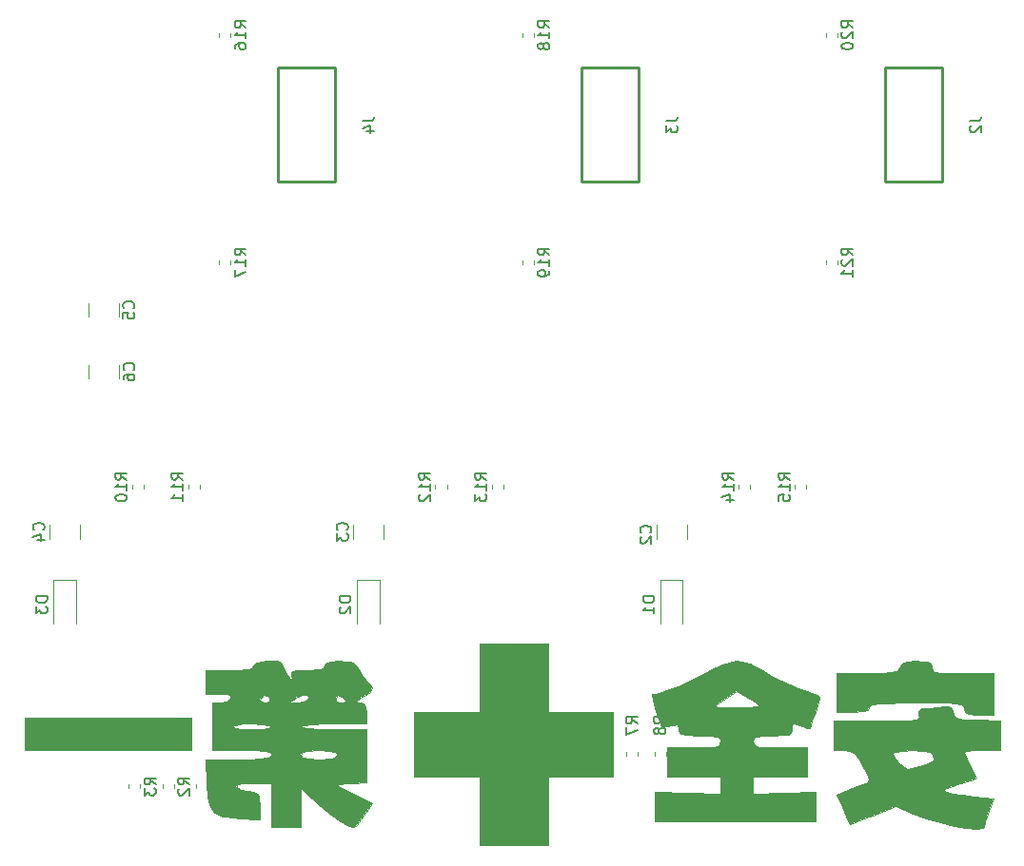
<source format=gbr>
G04 #@! TF.GenerationSoftware,KiCad,Pcbnew,(5.0.0)*
G04 #@! TF.CreationDate,2019-07-28T19:46:13+09:00*
G04 #@! TF.ProjectId,ver.2019_part7,7665722E323031395F70617274372E6B,rev?*
G04 #@! TF.SameCoordinates,Original*
G04 #@! TF.FileFunction,Legend,Bot*
G04 #@! TF.FilePolarity,Positive*
%FSLAX46Y46*%
G04 Gerber Fmt 4.6, Leading zero omitted, Abs format (unit mm)*
G04 Created by KiCad (PCBNEW (5.0.0)) date 07/28/19 19:46:13*
%MOMM*%
%LPD*%
G01*
G04 APERTURE LIST*
%ADD10C,0.120000*%
%ADD11C,0.250000*%
%ADD12C,0.010000*%
%ADD13C,0.150000*%
G04 APERTURE END LIST*
D10*
G04 #@! TO.C,C2*
X164860000Y-120352064D02*
X164860000Y-119147936D01*
X162140000Y-120352064D02*
X162140000Y-119147936D01*
G04 #@! TO.C,C3*
X135140000Y-120352064D02*
X135140000Y-119147936D01*
X137860000Y-120352064D02*
X137860000Y-119147936D01*
G04 #@! TO.C,C4*
X108140000Y-120352064D02*
X108140000Y-119147936D01*
X110860000Y-120352064D02*
X110860000Y-119147936D01*
G04 #@! TO.C,C5*
X111640000Y-99397936D02*
X111640000Y-100602064D01*
X114360000Y-99397936D02*
X114360000Y-100602064D01*
G04 #@! TO.C,C6*
X111640000Y-106102064D02*
X111640000Y-104897936D01*
X114360000Y-106102064D02*
X114360000Y-104897936D01*
G04 #@! TO.C,D1*
X162500000Y-124000000D02*
X164500000Y-124000000D01*
X164500000Y-124000000D02*
X164500000Y-127900000D01*
X162500000Y-124000000D02*
X162500000Y-127900000D01*
G04 #@! TO.C,D2*
X135500000Y-124000000D02*
X135500000Y-127900000D01*
X137500000Y-124000000D02*
X137500000Y-127900000D01*
X135500000Y-124000000D02*
X137500000Y-124000000D01*
G04 #@! TO.C,D3*
X108500000Y-124000000D02*
X110500000Y-124000000D01*
X110500000Y-124000000D02*
X110500000Y-127900000D01*
X108500000Y-124000000D02*
X108500000Y-127900000D01*
D11*
G04 #@! TO.C,J2*
X187540000Y-78420000D02*
X187540000Y-88580000D01*
X182460000Y-78420000D02*
X187540000Y-78420000D01*
X182460000Y-88580000D02*
X182460000Y-78420000D01*
X187540000Y-88580000D02*
X182460000Y-88580000D01*
G04 #@! TO.C,J3*
X160540000Y-88580000D02*
X155460000Y-88580000D01*
X155460000Y-88580000D02*
X155460000Y-78420000D01*
X155460000Y-78420000D02*
X160540000Y-78420000D01*
X160540000Y-78420000D02*
X160540000Y-88580000D01*
G04 #@! TO.C,J4*
X133540000Y-88580000D02*
X128460000Y-88580000D01*
X128460000Y-88580000D02*
X128460000Y-78420000D01*
X128460000Y-78420000D02*
X133540000Y-78420000D01*
X133540000Y-78420000D02*
X133540000Y-88580000D01*
D10*
G04 #@! TO.C,R1*
X121215000Y-142584779D02*
X121215000Y-142259221D01*
X122235000Y-142584779D02*
X122235000Y-142259221D01*
G04 #@! TO.C,R2*
X119235000Y-142584779D02*
X119235000Y-142259221D01*
X118215000Y-142584779D02*
X118215000Y-142259221D01*
G04 #@! TO.C,R3*
X115215000Y-142584779D02*
X115215000Y-142259221D01*
X116235000Y-142584779D02*
X116235000Y-142259221D01*
G04 #@! TO.C,R4*
X151990000Y-139337221D02*
X151990000Y-139662779D01*
X153010000Y-139337221D02*
X153010000Y-139662779D01*
G04 #@! TO.C,R5*
X155510000Y-139337221D02*
X155510000Y-139662779D01*
X154490000Y-139337221D02*
X154490000Y-139662779D01*
G04 #@! TO.C,R6*
X156990000Y-139337221D02*
X156990000Y-139662779D01*
X158010000Y-139337221D02*
X158010000Y-139662779D01*
G04 #@! TO.C,R7*
X160510000Y-139337221D02*
X160510000Y-139662779D01*
X159490000Y-139337221D02*
X159490000Y-139662779D01*
G04 #@! TO.C,R8*
X161990000Y-139337221D02*
X161990000Y-139662779D01*
X163010000Y-139337221D02*
X163010000Y-139662779D01*
G04 #@! TO.C,R9*
X164490000Y-139337221D02*
X164490000Y-139662779D01*
X165510000Y-139337221D02*
X165510000Y-139662779D01*
G04 #@! TO.C,R10*
X115490000Y-115587221D02*
X115490000Y-115912779D01*
X116510000Y-115587221D02*
X116510000Y-115912779D01*
G04 #@! TO.C,R11*
X121510000Y-115587221D02*
X121510000Y-115912779D01*
X120490000Y-115587221D02*
X120490000Y-115912779D01*
G04 #@! TO.C,R12*
X142490000Y-115587221D02*
X142490000Y-115912779D01*
X143510000Y-115587221D02*
X143510000Y-115912779D01*
G04 #@! TO.C,R13*
X148510000Y-115587221D02*
X148510000Y-115912779D01*
X147490000Y-115587221D02*
X147490000Y-115912779D01*
G04 #@! TO.C,R14*
X169490000Y-115587221D02*
X169490000Y-115912779D01*
X170510000Y-115587221D02*
X170510000Y-115912779D01*
G04 #@! TO.C,R15*
X175510000Y-115587221D02*
X175510000Y-115912779D01*
X174490000Y-115587221D02*
X174490000Y-115912779D01*
G04 #@! TO.C,R16*
X123240000Y-75662779D02*
X123240000Y-75337221D01*
X124260000Y-75662779D02*
X124260000Y-75337221D01*
G04 #@! TO.C,R17*
X124260000Y-95912779D02*
X124260000Y-95587221D01*
X123240000Y-95912779D02*
X123240000Y-95587221D01*
G04 #@! TO.C,R18*
X150240000Y-75662779D02*
X150240000Y-75337221D01*
X151260000Y-75662779D02*
X151260000Y-75337221D01*
G04 #@! TO.C,R19*
X151260000Y-95912779D02*
X151260000Y-95587221D01*
X150240000Y-95912779D02*
X150240000Y-95587221D01*
G04 #@! TO.C,R20*
X177240000Y-75662779D02*
X177240000Y-75337221D01*
X178260000Y-75662779D02*
X178260000Y-75337221D01*
G04 #@! TO.C,R21*
X178260000Y-95912779D02*
X178260000Y-95587221D01*
X177240000Y-95912779D02*
X177240000Y-95587221D01*
D12*
G04 #@! TO.C,G\002A\002A\002A*
G36*
X184455032Y-131303310D02*
X184013391Y-131440644D01*
X183814788Y-131731234D01*
X183795413Y-131797917D01*
X183691766Y-132035957D01*
X183464545Y-132189741D01*
X183014778Y-132277415D01*
X182243496Y-132317130D01*
X181051731Y-132327034D01*
X180909766Y-132327083D01*
X178162500Y-132327083D01*
X178162500Y-135766666D01*
X179617708Y-135766666D01*
X180495286Y-135731036D01*
X180947099Y-135606010D01*
X181072916Y-135369791D01*
X181143024Y-135218777D01*
X181400990Y-135110661D01*
X181918284Y-135038743D01*
X182766373Y-134996324D01*
X184016724Y-134976704D01*
X185306250Y-134972916D01*
X186889169Y-134976006D01*
X188019077Y-134991621D01*
X188772121Y-135029279D01*
X189224448Y-135098498D01*
X189452204Y-135208798D01*
X189531536Y-135369696D01*
X189539583Y-135502083D01*
X189609233Y-135819480D01*
X189904868Y-135977777D01*
X190556511Y-136028986D01*
X190862500Y-136031250D01*
X192185416Y-136031250D01*
X192185416Y-132327083D01*
X189407291Y-132327083D01*
X188167933Y-132320448D01*
X187364135Y-132288663D01*
X186902341Y-132213909D01*
X186688996Y-132078363D01*
X186630542Y-131864208D01*
X186629167Y-131797917D01*
X186560846Y-131482807D01*
X186269787Y-131324262D01*
X185626838Y-131271571D01*
X185281480Y-131268750D01*
X184455032Y-131303310D01*
X184455032Y-131303310D01*
G37*
X184455032Y-131303310D02*
X184013391Y-131440644D01*
X183814788Y-131731234D01*
X183795413Y-131797917D01*
X183691766Y-132035957D01*
X183464545Y-132189741D01*
X183014778Y-132277415D01*
X182243496Y-132317130D01*
X181051731Y-132327034D01*
X180909766Y-132327083D01*
X178162500Y-132327083D01*
X178162500Y-135766666D01*
X179617708Y-135766666D01*
X180495286Y-135731036D01*
X180947099Y-135606010D01*
X181072916Y-135369791D01*
X181143024Y-135218777D01*
X181400990Y-135110661D01*
X181918284Y-135038743D01*
X182766373Y-134996324D01*
X184016724Y-134976704D01*
X185306250Y-134972916D01*
X186889169Y-134976006D01*
X188019077Y-134991621D01*
X188772121Y-135029279D01*
X189224448Y-135098498D01*
X189452204Y-135208798D01*
X189531536Y-135369696D01*
X189539583Y-135502083D01*
X189609233Y-135819480D01*
X189904868Y-135977777D01*
X190556511Y-136028986D01*
X190862500Y-136031250D01*
X192185416Y-136031250D01*
X192185416Y-132327083D01*
X189407291Y-132327083D01*
X188167933Y-132320448D01*
X187364135Y-132288663D01*
X186902341Y-132213909D01*
X186688996Y-132078363D01*
X186630542Y-131864208D01*
X186629167Y-131797917D01*
X186560846Y-131482807D01*
X186269787Y-131324262D01*
X185626838Y-131271571D01*
X185281480Y-131268750D01*
X184455032Y-131303310D01*
G36*
X105931250Y-139206250D02*
X120747916Y-139206250D01*
X120747916Y-136295833D01*
X105931250Y-136295833D01*
X105931250Y-139206250D01*
X105931250Y-139206250D01*
G37*
X105931250Y-139206250D02*
X120747916Y-139206250D01*
X120747916Y-136295833D01*
X105931250Y-136295833D01*
X105931250Y-139206250D01*
G36*
X168023311Y-131533380D02*
X167079262Y-132018554D01*
X166303777Y-132447355D01*
X165315935Y-132928182D01*
X164254809Y-133401361D01*
X163259472Y-133807217D01*
X162468996Y-134086075D01*
X162043936Y-134179166D01*
X161777783Y-134226871D01*
X161769543Y-134245312D01*
X161948011Y-135092239D01*
X162183554Y-135952803D01*
X162428280Y-136678042D01*
X162634299Y-137118994D01*
X162715053Y-137186204D01*
X163134998Y-137086818D01*
X163544271Y-136969937D01*
X163996717Y-136918073D01*
X164136402Y-137220773D01*
X164139583Y-137336337D01*
X164185380Y-137623370D01*
X164398585Y-137787775D01*
X164892918Y-137863138D01*
X165782102Y-137883047D01*
X165991666Y-137883333D01*
X166964993Y-137897610D01*
X167522598Y-137961991D01*
X167777629Y-138108805D01*
X167843233Y-138370378D01*
X167843750Y-138412500D01*
X167803961Y-138663913D01*
X167617450Y-138820137D01*
X167183501Y-138903553D01*
X166401399Y-138936542D01*
X165462500Y-138941667D01*
X163081250Y-138941667D01*
X163081250Y-141587500D01*
X167843750Y-141587500D01*
X167844828Y-143042708D01*
X164933872Y-142960057D01*
X162022916Y-142877405D01*
X162022916Y-145556250D01*
X176310416Y-145556250D01*
X176310416Y-142916782D01*
X173532059Y-142979745D01*
X170753701Y-143042708D01*
X170754167Y-141587500D01*
X175516667Y-141587500D01*
X175516667Y-138941667D01*
X173135417Y-138941667D01*
X172004057Y-138932825D01*
X171301050Y-138891378D01*
X170925678Y-138794945D01*
X170777227Y-138621144D01*
X170754167Y-138412500D01*
X170807767Y-138126123D01*
X171046521Y-137966461D01*
X171587355Y-137897537D01*
X172473958Y-137883333D01*
X173404682Y-137866841D01*
X173923583Y-137793378D01*
X174147589Y-137626967D01*
X174193750Y-137354167D01*
X174220811Y-136958508D01*
X174400977Y-136855221D01*
X174882725Y-137000008D01*
X175102567Y-137083035D01*
X175593667Y-137233628D01*
X175781250Y-137225121D01*
X175870402Y-136934703D01*
X176099814Y-136310573D01*
X176309906Y-135767962D01*
X176495283Y-135237500D01*
X171281295Y-135237500D01*
X171039322Y-135300733D01*
X170397387Y-135347510D01*
X169484637Y-135369213D01*
X169298958Y-135369791D01*
X168350333Y-135362859D01*
X167648639Y-135344521D01*
X167323218Y-135318468D01*
X167314583Y-135313184D01*
X167511290Y-135145377D01*
X168007577Y-134787986D01*
X168280174Y-134600441D01*
X169245764Y-133944305D01*
X170262511Y-134524757D01*
X170877123Y-134902440D01*
X171239911Y-135177159D01*
X171281295Y-135237500D01*
X176495283Y-135237500D01*
X176599708Y-134938687D01*
X176652394Y-134481954D01*
X176508343Y-134312051D01*
X174785083Y-133681450D01*
X173449346Y-133112416D01*
X172373151Y-132547061D01*
X171782171Y-132174382D01*
X170468334Y-131477182D01*
X169251153Y-131264700D01*
X168023311Y-131533380D01*
X168023311Y-131533380D01*
G37*
X168023311Y-131533380D02*
X167079262Y-132018554D01*
X166303777Y-132447355D01*
X165315935Y-132928182D01*
X164254809Y-133401361D01*
X163259472Y-133807217D01*
X162468996Y-134086075D01*
X162043936Y-134179166D01*
X161777783Y-134226871D01*
X161769543Y-134245312D01*
X161948011Y-135092239D01*
X162183554Y-135952803D01*
X162428280Y-136678042D01*
X162634299Y-137118994D01*
X162715053Y-137186204D01*
X163134998Y-137086818D01*
X163544271Y-136969937D01*
X163996717Y-136918073D01*
X164136402Y-137220773D01*
X164139583Y-137336337D01*
X164185380Y-137623370D01*
X164398585Y-137787775D01*
X164892918Y-137863138D01*
X165782102Y-137883047D01*
X165991666Y-137883333D01*
X166964993Y-137897610D01*
X167522598Y-137961991D01*
X167777629Y-138108805D01*
X167843233Y-138370378D01*
X167843750Y-138412500D01*
X167803961Y-138663913D01*
X167617450Y-138820137D01*
X167183501Y-138903553D01*
X166401399Y-138936542D01*
X165462500Y-138941667D01*
X163081250Y-138941667D01*
X163081250Y-141587500D01*
X167843750Y-141587500D01*
X167844828Y-143042708D01*
X164933872Y-142960057D01*
X162022916Y-142877405D01*
X162022916Y-145556250D01*
X176310416Y-145556250D01*
X176310416Y-142916782D01*
X173532059Y-142979745D01*
X170753701Y-143042708D01*
X170754167Y-141587500D01*
X175516667Y-141587500D01*
X175516667Y-138941667D01*
X173135417Y-138941667D01*
X172004057Y-138932825D01*
X171301050Y-138891378D01*
X170925678Y-138794945D01*
X170777227Y-138621144D01*
X170754167Y-138412500D01*
X170807767Y-138126123D01*
X171046521Y-137966461D01*
X171587355Y-137897537D01*
X172473958Y-137883333D01*
X173404682Y-137866841D01*
X173923583Y-137793378D01*
X174147589Y-137626967D01*
X174193750Y-137354167D01*
X174220811Y-136958508D01*
X174400977Y-136855221D01*
X174882725Y-137000008D01*
X175102567Y-137083035D01*
X175593667Y-137233628D01*
X175781250Y-137225121D01*
X175870402Y-136934703D01*
X176099814Y-136310573D01*
X176309906Y-135767962D01*
X176495283Y-135237500D01*
X171281295Y-135237500D01*
X171039322Y-135300733D01*
X170397387Y-135347510D01*
X169484637Y-135369213D01*
X169298958Y-135369791D01*
X168350333Y-135362859D01*
X167648639Y-135344521D01*
X167323218Y-135318468D01*
X167314583Y-135313184D01*
X167511290Y-135145377D01*
X168007577Y-134787986D01*
X168280174Y-134600441D01*
X169245764Y-133944305D01*
X170262511Y-134524757D01*
X170877123Y-134902440D01*
X171239911Y-135177159D01*
X171281295Y-135237500D01*
X176495283Y-135237500D01*
X176599708Y-134938687D01*
X176652394Y-134481954D01*
X176508343Y-134312051D01*
X174785083Y-133681450D01*
X173449346Y-133112416D01*
X172373151Y-132547061D01*
X171782171Y-132174382D01*
X170468334Y-131477182D01*
X169251153Y-131264700D01*
X168023311Y-131533380D01*
G36*
X127489476Y-131227762D02*
X126645713Y-131373403D01*
X126310987Y-131637174D01*
X126304166Y-131692267D01*
X126180749Y-131885389D01*
X125753655Y-132001108D01*
X124937623Y-132054338D01*
X124187500Y-132062500D01*
X122070833Y-132062500D01*
X122070833Y-134179166D01*
X123253154Y-134179166D01*
X123984314Y-134214491D01*
X124289362Y-134346123D01*
X124283180Y-134576041D01*
X123924356Y-134872184D01*
X123365442Y-134972916D01*
X122600000Y-134972916D01*
X122600000Y-139206250D01*
X125245833Y-139206250D01*
X126479640Y-139219365D01*
X127271770Y-139267413D01*
X127709259Y-139363450D01*
X127879145Y-139520531D01*
X127891666Y-139603125D01*
X127808939Y-139780041D01*
X127505058Y-139896814D01*
X126896472Y-139964729D01*
X125899631Y-139995071D01*
X124953234Y-140000000D01*
X122014802Y-140000000D01*
X122110569Y-142108823D01*
X122210091Y-143410090D01*
X122425664Y-144277675D01*
X122843915Y-144806247D01*
X123551475Y-145090472D01*
X124634973Y-145225018D01*
X124982098Y-145246777D01*
X126833333Y-145351381D01*
X126833333Y-144146870D01*
X126812552Y-143407895D01*
X126673149Y-143045032D01*
X126299534Y-142905234D01*
X125861598Y-142860242D01*
X125197954Y-142724968D01*
X124807618Y-142496745D01*
X124781216Y-142447396D01*
X124880872Y-142252051D01*
X125382943Y-142146492D01*
X126282118Y-142116667D01*
X127891666Y-142116667D01*
X127891666Y-146085416D01*
X130537500Y-146085416D01*
X130537500Y-142569074D01*
X131941911Y-143897307D01*
X132941108Y-144767702D01*
X133899905Y-145471351D01*
X134707170Y-145934153D01*
X135220715Y-146083512D01*
X135474012Y-145878207D01*
X135882672Y-145357489D01*
X136130332Y-144989288D01*
X136828372Y-143896968D01*
X133580208Y-142248958D01*
X134969271Y-142168985D01*
X136358333Y-142089012D01*
X136358333Y-139603125D01*
X133712500Y-139603125D01*
X133590582Y-139833572D01*
X133158393Y-139957298D01*
X132316276Y-139999217D01*
X132125000Y-140000000D01*
X131203211Y-139969520D01*
X130708306Y-139861473D01*
X130540631Y-139650944D01*
X130537500Y-139603125D01*
X130659417Y-139372678D01*
X131091607Y-139248951D01*
X131933724Y-139207033D01*
X132125000Y-139206250D01*
X133046789Y-139236729D01*
X133541693Y-139344777D01*
X133709369Y-139555306D01*
X133712500Y-139603125D01*
X136358333Y-139603125D01*
X136358333Y-137354167D01*
X133447916Y-137354167D01*
X132134717Y-137331167D01*
X131173729Y-137266265D01*
X130632567Y-137165609D01*
X130537500Y-137089583D01*
X127891666Y-137089583D01*
X127648674Y-137227844D01*
X127004979Y-137322504D01*
X126171875Y-137354167D01*
X125273180Y-137316783D01*
X124657887Y-137217753D01*
X124452083Y-137089583D01*
X124695076Y-136951322D01*
X125338771Y-136856662D01*
X126171875Y-136825000D01*
X127070570Y-136862383D01*
X127685863Y-136961413D01*
X127891666Y-137089583D01*
X130537500Y-137089583D01*
X130790497Y-136970201D01*
X131504413Y-136882839D01*
X132611630Y-136833642D01*
X133447916Y-136825000D01*
X136358333Y-136825000D01*
X136358333Y-135898958D01*
X136304820Y-135268212D01*
X136079812Y-135010729D01*
X135763021Y-134971927D01*
X135430835Y-134940945D01*
X135482754Y-134811646D01*
X134471441Y-134811646D01*
X134326581Y-134953779D01*
X133985387Y-134972916D01*
X133607185Y-134846770D01*
X133619411Y-134569288D01*
X133641859Y-134542856D01*
X131174338Y-134542856D01*
X131162347Y-134576041D01*
X130789322Y-134874785D01*
X130178463Y-134963541D01*
X129346875Y-134954165D01*
X130008333Y-134576041D01*
X130032765Y-134564859D01*
X127718472Y-134564859D01*
X127688548Y-134894896D01*
X127332147Y-134972916D01*
X126940812Y-134849469D01*
X126893967Y-134658724D01*
X127189894Y-134290438D01*
X127555759Y-134332090D01*
X127718472Y-134564859D01*
X130032765Y-134564859D01*
X130721897Y-134249468D01*
X131129743Y-134238406D01*
X131174338Y-134542856D01*
X133641859Y-134542856D01*
X133837534Y-134312462D01*
X134140274Y-134469394D01*
X134471441Y-134811646D01*
X135482754Y-134811646D01*
X135486567Y-134802152D01*
X135966144Y-134484221D01*
X136027604Y-134446650D01*
X136670854Y-133984372D01*
X136852713Y-133610085D01*
X136606435Y-133223766D01*
X136473179Y-133106355D01*
X136051985Y-132623392D01*
X135672635Y-132015624D01*
X135378021Y-131562987D01*
X134987913Y-131341890D01*
X134319669Y-131272204D01*
X133970289Y-131268750D01*
X133140740Y-131311649D01*
X132736827Y-131460060D01*
X132654166Y-131665625D01*
X132531754Y-131896597D01*
X132098057Y-132020308D01*
X131253382Y-132061814D01*
X131074970Y-132062500D01*
X130200177Y-132081375D01*
X129750758Y-132159458D01*
X129623613Y-132328939D01*
X129664725Y-132502778D01*
X129731156Y-132824452D01*
X129589897Y-132797388D01*
X129334335Y-132508020D01*
X129057858Y-132042777D01*
X128979135Y-131868255D01*
X128738272Y-131415297D01*
X128397846Y-131221218D01*
X127774791Y-131207308D01*
X127489476Y-131227762D01*
X127489476Y-131227762D01*
G37*
X127489476Y-131227762D02*
X126645713Y-131373403D01*
X126310987Y-131637174D01*
X126304166Y-131692267D01*
X126180749Y-131885389D01*
X125753655Y-132001108D01*
X124937623Y-132054338D01*
X124187500Y-132062500D01*
X122070833Y-132062500D01*
X122070833Y-134179166D01*
X123253154Y-134179166D01*
X123984314Y-134214491D01*
X124289362Y-134346123D01*
X124283180Y-134576041D01*
X123924356Y-134872184D01*
X123365442Y-134972916D01*
X122600000Y-134972916D01*
X122600000Y-139206250D01*
X125245833Y-139206250D01*
X126479640Y-139219365D01*
X127271770Y-139267413D01*
X127709259Y-139363450D01*
X127879145Y-139520531D01*
X127891666Y-139603125D01*
X127808939Y-139780041D01*
X127505058Y-139896814D01*
X126896472Y-139964729D01*
X125899631Y-139995071D01*
X124953234Y-140000000D01*
X122014802Y-140000000D01*
X122110569Y-142108823D01*
X122210091Y-143410090D01*
X122425664Y-144277675D01*
X122843915Y-144806247D01*
X123551475Y-145090472D01*
X124634973Y-145225018D01*
X124982098Y-145246777D01*
X126833333Y-145351381D01*
X126833333Y-144146870D01*
X126812552Y-143407895D01*
X126673149Y-143045032D01*
X126299534Y-142905234D01*
X125861598Y-142860242D01*
X125197954Y-142724968D01*
X124807618Y-142496745D01*
X124781216Y-142447396D01*
X124880872Y-142252051D01*
X125382943Y-142146492D01*
X126282118Y-142116667D01*
X127891666Y-142116667D01*
X127891666Y-146085416D01*
X130537500Y-146085416D01*
X130537500Y-142569074D01*
X131941911Y-143897307D01*
X132941108Y-144767702D01*
X133899905Y-145471351D01*
X134707170Y-145934153D01*
X135220715Y-146083512D01*
X135474012Y-145878207D01*
X135882672Y-145357489D01*
X136130332Y-144989288D01*
X136828372Y-143896968D01*
X133580208Y-142248958D01*
X134969271Y-142168985D01*
X136358333Y-142089012D01*
X136358333Y-139603125D01*
X133712500Y-139603125D01*
X133590582Y-139833572D01*
X133158393Y-139957298D01*
X132316276Y-139999217D01*
X132125000Y-140000000D01*
X131203211Y-139969520D01*
X130708306Y-139861473D01*
X130540631Y-139650944D01*
X130537500Y-139603125D01*
X130659417Y-139372678D01*
X131091607Y-139248951D01*
X131933724Y-139207033D01*
X132125000Y-139206250D01*
X133046789Y-139236729D01*
X133541693Y-139344777D01*
X133709369Y-139555306D01*
X133712500Y-139603125D01*
X136358333Y-139603125D01*
X136358333Y-137354167D01*
X133447916Y-137354167D01*
X132134717Y-137331167D01*
X131173729Y-137266265D01*
X130632567Y-137165609D01*
X130537500Y-137089583D01*
X127891666Y-137089583D01*
X127648674Y-137227844D01*
X127004979Y-137322504D01*
X126171875Y-137354167D01*
X125273180Y-137316783D01*
X124657887Y-137217753D01*
X124452083Y-137089583D01*
X124695076Y-136951322D01*
X125338771Y-136856662D01*
X126171875Y-136825000D01*
X127070570Y-136862383D01*
X127685863Y-136961413D01*
X127891666Y-137089583D01*
X130537500Y-137089583D01*
X130790497Y-136970201D01*
X131504413Y-136882839D01*
X132611630Y-136833642D01*
X133447916Y-136825000D01*
X136358333Y-136825000D01*
X136358333Y-135898958D01*
X136304820Y-135268212D01*
X136079812Y-135010729D01*
X135763021Y-134971927D01*
X135430835Y-134940945D01*
X135482754Y-134811646D01*
X134471441Y-134811646D01*
X134326581Y-134953779D01*
X133985387Y-134972916D01*
X133607185Y-134846770D01*
X133619411Y-134569288D01*
X133641859Y-134542856D01*
X131174338Y-134542856D01*
X131162347Y-134576041D01*
X130789322Y-134874785D01*
X130178463Y-134963541D01*
X129346875Y-134954165D01*
X130008333Y-134576041D01*
X130032765Y-134564859D01*
X127718472Y-134564859D01*
X127688548Y-134894896D01*
X127332147Y-134972916D01*
X126940812Y-134849469D01*
X126893967Y-134658724D01*
X127189894Y-134290438D01*
X127555759Y-134332090D01*
X127718472Y-134564859D01*
X130032765Y-134564859D01*
X130721897Y-134249468D01*
X131129743Y-134238406D01*
X131174338Y-134542856D01*
X133641859Y-134542856D01*
X133837534Y-134312462D01*
X134140274Y-134469394D01*
X134471441Y-134811646D01*
X135482754Y-134811646D01*
X135486567Y-134802152D01*
X135966144Y-134484221D01*
X136027604Y-134446650D01*
X136670854Y-133984372D01*
X136852713Y-133610085D01*
X136606435Y-133223766D01*
X136473179Y-133106355D01*
X136051985Y-132623392D01*
X135672635Y-132015624D01*
X135378021Y-131562987D01*
X134987913Y-131341890D01*
X134319669Y-131272204D01*
X133970289Y-131268750D01*
X133140740Y-131311649D01*
X132736827Y-131460060D01*
X132654166Y-131665625D01*
X132531754Y-131896597D01*
X132098057Y-132020308D01*
X131253382Y-132061814D01*
X131074970Y-132062500D01*
X130200177Y-132081375D01*
X129750758Y-132159458D01*
X129623613Y-132328939D01*
X129664725Y-132502778D01*
X129731156Y-132824452D01*
X129589897Y-132797388D01*
X129334335Y-132508020D01*
X129057858Y-132042777D01*
X128979135Y-131868255D01*
X128738272Y-131415297D01*
X128397846Y-131221218D01*
X127774791Y-131207308D01*
X127489476Y-131227762D01*
G36*
X187620788Y-135286899D02*
X187230990Y-135336941D01*
X186430242Y-135437197D01*
X185828076Y-135495811D01*
X185690967Y-135502083D01*
X185467520Y-135707239D01*
X185494170Y-136031250D01*
X185525069Y-136236633D01*
X185441217Y-136380596D01*
X185165859Y-136474031D01*
X184622242Y-136527831D01*
X183733611Y-136552888D01*
X182423212Y-136560093D01*
X181765234Y-136560416D01*
X177897916Y-136560416D01*
X177897916Y-139206250D01*
X178801338Y-139206250D01*
X179370180Y-139262368D01*
X179778656Y-139510725D01*
X180182416Y-140071325D01*
X180388838Y-140430200D01*
X180857606Y-141323146D01*
X181047387Y-141851003D01*
X180977095Y-142086028D01*
X180830269Y-142116667D01*
X180462028Y-142213916D01*
X179797296Y-142461362D01*
X179384070Y-142632568D01*
X178180520Y-143148470D01*
X178734987Y-144418506D01*
X179056333Y-145144605D01*
X179281506Y-145634825D01*
X179343197Y-145754547D01*
X179594376Y-145692452D01*
X180216617Y-145469564D01*
X181092567Y-145128735D01*
X181429661Y-144992653D01*
X183462381Y-144164755D01*
X184979628Y-144831077D01*
X186136156Y-145276928D01*
X187383780Y-145656629D01*
X188615840Y-145950275D01*
X189725678Y-146137957D01*
X190606634Y-146199769D01*
X191152049Y-146115805D01*
X191268790Y-146004880D01*
X191421605Y-145571652D01*
X191668156Y-144864296D01*
X191765662Y-144583144D01*
X192148479Y-143477746D01*
X190381010Y-143306530D01*
X189366274Y-143189055D01*
X188483357Y-143053570D01*
X187980098Y-142944009D01*
X187704282Y-142822346D01*
X187768276Y-142686424D01*
X188232871Y-142494366D01*
X188972286Y-142260503D01*
X189806227Y-141993615D01*
X190392635Y-141778464D01*
X190597916Y-141667360D01*
X190488709Y-141392063D01*
X190213585Y-140816934D01*
X190068750Y-140529167D01*
X189775509Y-139927337D01*
X186842901Y-139927337D01*
X186800220Y-140108556D01*
X186505088Y-140271885D01*
X185851254Y-140504555D01*
X185570833Y-140600384D01*
X184838582Y-140832094D01*
X184404580Y-140858874D01*
X184068631Y-140653471D01*
X183784896Y-140357269D01*
X183376016Y-139841229D01*
X183190572Y-139471592D01*
X183189583Y-139456079D01*
X183430693Y-139327926D01*
X184060702Y-139237807D01*
X184881067Y-139206250D01*
X185862922Y-139237600D01*
X186432831Y-139349505D01*
X186705274Y-139568748D01*
X186739379Y-139640994D01*
X186842901Y-139927337D01*
X189775509Y-139927337D01*
X189746778Y-139868372D01*
X189559176Y-139425932D01*
X189539583Y-139349082D01*
X189780019Y-139273740D01*
X190404946Y-139221984D01*
X191127083Y-139206250D01*
X192714583Y-139206250D01*
X192714583Y-136582676D01*
X190664062Y-136505400D01*
X189629601Y-136455517D01*
X189009980Y-136377226D01*
X188690954Y-136232855D01*
X188558278Y-135984734D01*
X188524689Y-135799961D01*
X188426316Y-135421735D01*
X188175046Y-135268620D01*
X187620788Y-135286899D01*
X187620788Y-135286899D01*
G37*
X187620788Y-135286899D02*
X187230990Y-135336941D01*
X186430242Y-135437197D01*
X185828076Y-135495811D01*
X185690967Y-135502083D01*
X185467520Y-135707239D01*
X185494170Y-136031250D01*
X185525069Y-136236633D01*
X185441217Y-136380596D01*
X185165859Y-136474031D01*
X184622242Y-136527831D01*
X183733611Y-136552888D01*
X182423212Y-136560093D01*
X181765234Y-136560416D01*
X177897916Y-136560416D01*
X177897916Y-139206250D01*
X178801338Y-139206250D01*
X179370180Y-139262368D01*
X179778656Y-139510725D01*
X180182416Y-140071325D01*
X180388838Y-140430200D01*
X180857606Y-141323146D01*
X181047387Y-141851003D01*
X180977095Y-142086028D01*
X180830269Y-142116667D01*
X180462028Y-142213916D01*
X179797296Y-142461362D01*
X179384070Y-142632568D01*
X178180520Y-143148470D01*
X178734987Y-144418506D01*
X179056333Y-145144605D01*
X179281506Y-145634825D01*
X179343197Y-145754547D01*
X179594376Y-145692452D01*
X180216617Y-145469564D01*
X181092567Y-145128735D01*
X181429661Y-144992653D01*
X183462381Y-144164755D01*
X184979628Y-144831077D01*
X186136156Y-145276928D01*
X187383780Y-145656629D01*
X188615840Y-145950275D01*
X189725678Y-146137957D01*
X190606634Y-146199769D01*
X191152049Y-146115805D01*
X191268790Y-146004880D01*
X191421605Y-145571652D01*
X191668156Y-144864296D01*
X191765662Y-144583144D01*
X192148479Y-143477746D01*
X190381010Y-143306530D01*
X189366274Y-143189055D01*
X188483357Y-143053570D01*
X187980098Y-142944009D01*
X187704282Y-142822346D01*
X187768276Y-142686424D01*
X188232871Y-142494366D01*
X188972286Y-142260503D01*
X189806227Y-141993615D01*
X190392635Y-141778464D01*
X190597916Y-141667360D01*
X190488709Y-141392063D01*
X190213585Y-140816934D01*
X190068750Y-140529167D01*
X189775509Y-139927337D01*
X186842901Y-139927337D01*
X186800220Y-140108556D01*
X186505088Y-140271885D01*
X185851254Y-140504555D01*
X185570833Y-140600384D01*
X184838582Y-140832094D01*
X184404580Y-140858874D01*
X184068631Y-140653471D01*
X183784896Y-140357269D01*
X183376016Y-139841229D01*
X183190572Y-139471592D01*
X183189583Y-139456079D01*
X183430693Y-139327926D01*
X184060702Y-139237807D01*
X184881067Y-139206250D01*
X185862922Y-139237600D01*
X186432831Y-139349505D01*
X186705274Y-139568748D01*
X186739379Y-139640994D01*
X186842901Y-139927337D01*
X189775509Y-139927337D01*
X189746778Y-139868372D01*
X189559176Y-139425932D01*
X189539583Y-139349082D01*
X189780019Y-139273740D01*
X190404946Y-139221984D01*
X191127083Y-139206250D01*
X192714583Y-139206250D01*
X192714583Y-136582676D01*
X190664062Y-136505400D01*
X189629601Y-136455517D01*
X189009980Y-136377226D01*
X188690954Y-136232855D01*
X188558278Y-135984734D01*
X188524689Y-135799961D01*
X188426316Y-135421735D01*
X188175046Y-135268620D01*
X187620788Y-135286899D01*
G36*
X146412500Y-135766666D02*
X140591667Y-135766666D01*
X140591667Y-141587500D01*
X146412500Y-141587500D01*
X146412500Y-147672916D01*
X152497916Y-147672916D01*
X152497916Y-141587500D01*
X158318750Y-141587500D01*
X158318750Y-135766666D01*
X152497916Y-135766666D01*
X152497916Y-129681250D01*
X146412500Y-129681250D01*
X146412500Y-135766666D01*
X146412500Y-135766666D01*
G37*
X146412500Y-135766666D02*
X140591667Y-135766666D01*
X140591667Y-141587500D01*
X146412500Y-141587500D01*
X146412500Y-147672916D01*
X152497916Y-147672916D01*
X152497916Y-141587500D01*
X158318750Y-141587500D01*
X158318750Y-135766666D01*
X152497916Y-135766666D01*
X152497916Y-129681250D01*
X146412500Y-129681250D01*
X146412500Y-135766666D01*
G04 #@! TO.C,C2*
D13*
X161607142Y-119833333D02*
X161654761Y-119785714D01*
X161702380Y-119642857D01*
X161702380Y-119547619D01*
X161654761Y-119404761D01*
X161559523Y-119309523D01*
X161464285Y-119261904D01*
X161273809Y-119214285D01*
X161130952Y-119214285D01*
X160940476Y-119261904D01*
X160845238Y-119309523D01*
X160750000Y-119404761D01*
X160702380Y-119547619D01*
X160702380Y-119642857D01*
X160750000Y-119785714D01*
X160797619Y-119833333D01*
X160797619Y-120214285D02*
X160750000Y-120261904D01*
X160702380Y-120357142D01*
X160702380Y-120595238D01*
X160750000Y-120690476D01*
X160797619Y-120738095D01*
X160892857Y-120785714D01*
X160988095Y-120785714D01*
X161130952Y-120738095D01*
X161702380Y-120166666D01*
X161702380Y-120785714D01*
G04 #@! TO.C,C3*
X134607142Y-119583333D02*
X134654761Y-119535714D01*
X134702380Y-119392857D01*
X134702380Y-119297619D01*
X134654761Y-119154761D01*
X134559523Y-119059523D01*
X134464285Y-119011904D01*
X134273809Y-118964285D01*
X134130952Y-118964285D01*
X133940476Y-119011904D01*
X133845238Y-119059523D01*
X133750000Y-119154761D01*
X133702380Y-119297619D01*
X133702380Y-119392857D01*
X133750000Y-119535714D01*
X133797619Y-119583333D01*
X133702380Y-119916666D02*
X133702380Y-120535714D01*
X134083333Y-120202380D01*
X134083333Y-120345238D01*
X134130952Y-120440476D01*
X134178571Y-120488095D01*
X134273809Y-120535714D01*
X134511904Y-120535714D01*
X134607142Y-120488095D01*
X134654761Y-120440476D01*
X134702380Y-120345238D01*
X134702380Y-120059523D01*
X134654761Y-119964285D01*
X134607142Y-119916666D01*
G04 #@! TO.C,C4*
X107607142Y-119583333D02*
X107654761Y-119535714D01*
X107702380Y-119392857D01*
X107702380Y-119297619D01*
X107654761Y-119154761D01*
X107559523Y-119059523D01*
X107464285Y-119011904D01*
X107273809Y-118964285D01*
X107130952Y-118964285D01*
X106940476Y-119011904D01*
X106845238Y-119059523D01*
X106750000Y-119154761D01*
X106702380Y-119297619D01*
X106702380Y-119392857D01*
X106750000Y-119535714D01*
X106797619Y-119583333D01*
X107035714Y-120440476D02*
X107702380Y-120440476D01*
X106654761Y-120202380D02*
X107369047Y-119964285D01*
X107369047Y-120583333D01*
G04 #@! TO.C,C5*
X115607142Y-99833333D02*
X115654761Y-99785714D01*
X115702380Y-99642857D01*
X115702380Y-99547619D01*
X115654761Y-99404761D01*
X115559523Y-99309523D01*
X115464285Y-99261904D01*
X115273809Y-99214285D01*
X115130952Y-99214285D01*
X114940476Y-99261904D01*
X114845238Y-99309523D01*
X114750000Y-99404761D01*
X114702380Y-99547619D01*
X114702380Y-99642857D01*
X114750000Y-99785714D01*
X114797619Y-99833333D01*
X114702380Y-100738095D02*
X114702380Y-100261904D01*
X115178571Y-100214285D01*
X115130952Y-100261904D01*
X115083333Y-100357142D01*
X115083333Y-100595238D01*
X115130952Y-100690476D01*
X115178571Y-100738095D01*
X115273809Y-100785714D01*
X115511904Y-100785714D01*
X115607142Y-100738095D01*
X115654761Y-100690476D01*
X115702380Y-100595238D01*
X115702380Y-100357142D01*
X115654761Y-100261904D01*
X115607142Y-100214285D01*
G04 #@! TO.C,C6*
X115637142Y-105333333D02*
X115684761Y-105285714D01*
X115732380Y-105142857D01*
X115732380Y-105047619D01*
X115684761Y-104904761D01*
X115589523Y-104809523D01*
X115494285Y-104761904D01*
X115303809Y-104714285D01*
X115160952Y-104714285D01*
X114970476Y-104761904D01*
X114875238Y-104809523D01*
X114780000Y-104904761D01*
X114732380Y-105047619D01*
X114732380Y-105142857D01*
X114780000Y-105285714D01*
X114827619Y-105333333D01*
X114732380Y-106190476D02*
X114732380Y-106000000D01*
X114780000Y-105904761D01*
X114827619Y-105857142D01*
X114970476Y-105761904D01*
X115160952Y-105714285D01*
X115541904Y-105714285D01*
X115637142Y-105761904D01*
X115684761Y-105809523D01*
X115732380Y-105904761D01*
X115732380Y-106095238D01*
X115684761Y-106190476D01*
X115637142Y-106238095D01*
X115541904Y-106285714D01*
X115303809Y-106285714D01*
X115208571Y-106238095D01*
X115160952Y-106190476D01*
X115113333Y-106095238D01*
X115113333Y-105904761D01*
X115160952Y-105809523D01*
X115208571Y-105761904D01*
X115303809Y-105714285D01*
G04 #@! TO.C,D1*
X161952380Y-125511904D02*
X160952380Y-125511904D01*
X160952380Y-125750000D01*
X161000000Y-125892857D01*
X161095238Y-125988095D01*
X161190476Y-126035714D01*
X161380952Y-126083333D01*
X161523809Y-126083333D01*
X161714285Y-126035714D01*
X161809523Y-125988095D01*
X161904761Y-125892857D01*
X161952380Y-125750000D01*
X161952380Y-125511904D01*
X161952380Y-127035714D02*
X161952380Y-126464285D01*
X161952380Y-126750000D02*
X160952380Y-126750000D01*
X161095238Y-126654761D01*
X161190476Y-126559523D01*
X161238095Y-126464285D01*
G04 #@! TO.C,D2*
X134952380Y-125511904D02*
X133952380Y-125511904D01*
X133952380Y-125750000D01*
X134000000Y-125892857D01*
X134095238Y-125988095D01*
X134190476Y-126035714D01*
X134380952Y-126083333D01*
X134523809Y-126083333D01*
X134714285Y-126035714D01*
X134809523Y-125988095D01*
X134904761Y-125892857D01*
X134952380Y-125750000D01*
X134952380Y-125511904D01*
X134047619Y-126464285D02*
X134000000Y-126511904D01*
X133952380Y-126607142D01*
X133952380Y-126845238D01*
X134000000Y-126940476D01*
X134047619Y-126988095D01*
X134142857Y-127035714D01*
X134238095Y-127035714D01*
X134380952Y-126988095D01*
X134952380Y-126416666D01*
X134952380Y-127035714D01*
G04 #@! TO.C,D3*
X107952380Y-125511904D02*
X106952380Y-125511904D01*
X106952380Y-125750000D01*
X107000000Y-125892857D01*
X107095238Y-125988095D01*
X107190476Y-126035714D01*
X107380952Y-126083333D01*
X107523809Y-126083333D01*
X107714285Y-126035714D01*
X107809523Y-125988095D01*
X107904761Y-125892857D01*
X107952380Y-125750000D01*
X107952380Y-125511904D01*
X106952380Y-126416666D02*
X106952380Y-127035714D01*
X107333333Y-126702380D01*
X107333333Y-126845238D01*
X107380952Y-126940476D01*
X107428571Y-126988095D01*
X107523809Y-127035714D01*
X107761904Y-127035714D01*
X107857142Y-126988095D01*
X107904761Y-126940476D01*
X107952380Y-126845238D01*
X107952380Y-126559523D01*
X107904761Y-126464285D01*
X107857142Y-126416666D01*
G04 #@! TO.C,J2*
X190032380Y-83166666D02*
X190746666Y-83166666D01*
X190889523Y-83119047D01*
X190984761Y-83023809D01*
X191032380Y-82880952D01*
X191032380Y-82785714D01*
X190127619Y-83595238D02*
X190080000Y-83642857D01*
X190032380Y-83738095D01*
X190032380Y-83976190D01*
X190080000Y-84071428D01*
X190127619Y-84119047D01*
X190222857Y-84166666D01*
X190318095Y-84166666D01*
X190460952Y-84119047D01*
X191032380Y-83547619D01*
X191032380Y-84166666D01*
G04 #@! TO.C,J3*
X163032380Y-83166666D02*
X163746666Y-83166666D01*
X163889523Y-83119047D01*
X163984761Y-83023809D01*
X164032380Y-82880952D01*
X164032380Y-82785714D01*
X163032380Y-83547619D02*
X163032380Y-84166666D01*
X163413333Y-83833333D01*
X163413333Y-83976190D01*
X163460952Y-84071428D01*
X163508571Y-84119047D01*
X163603809Y-84166666D01*
X163841904Y-84166666D01*
X163937142Y-84119047D01*
X163984761Y-84071428D01*
X164032380Y-83976190D01*
X164032380Y-83690476D01*
X163984761Y-83595238D01*
X163937142Y-83547619D01*
G04 #@! TO.C,J4*
X136032380Y-83166666D02*
X136746666Y-83166666D01*
X136889523Y-83119047D01*
X136984761Y-83023809D01*
X137032380Y-82880952D01*
X137032380Y-82785714D01*
X136365714Y-84071428D02*
X137032380Y-84071428D01*
X135984761Y-83833333D02*
X136699047Y-83595238D01*
X136699047Y-84214285D01*
G04 #@! TO.C,R1*
X123607380Y-142255333D02*
X123131190Y-141922000D01*
X123607380Y-141683904D02*
X122607380Y-141683904D01*
X122607380Y-142064857D01*
X122655000Y-142160095D01*
X122702619Y-142207714D01*
X122797857Y-142255333D01*
X122940714Y-142255333D01*
X123035952Y-142207714D01*
X123083571Y-142160095D01*
X123131190Y-142064857D01*
X123131190Y-141683904D01*
X123607380Y-143207714D02*
X123607380Y-142636285D01*
X123607380Y-142922000D02*
X122607380Y-142922000D01*
X122750238Y-142826761D01*
X122845476Y-142731523D01*
X122893095Y-142636285D01*
G04 #@! TO.C,R2*
X120607380Y-142255333D02*
X120131190Y-141922000D01*
X120607380Y-141683904D02*
X119607380Y-141683904D01*
X119607380Y-142064857D01*
X119655000Y-142160095D01*
X119702619Y-142207714D01*
X119797857Y-142255333D01*
X119940714Y-142255333D01*
X120035952Y-142207714D01*
X120083571Y-142160095D01*
X120131190Y-142064857D01*
X120131190Y-141683904D01*
X119702619Y-142636285D02*
X119655000Y-142683904D01*
X119607380Y-142779142D01*
X119607380Y-143017238D01*
X119655000Y-143112476D01*
X119702619Y-143160095D01*
X119797857Y-143207714D01*
X119893095Y-143207714D01*
X120035952Y-143160095D01*
X120607380Y-142588666D01*
X120607380Y-143207714D01*
G04 #@! TO.C,R3*
X117607380Y-142255333D02*
X117131190Y-141922000D01*
X117607380Y-141683904D02*
X116607380Y-141683904D01*
X116607380Y-142064857D01*
X116655000Y-142160095D01*
X116702619Y-142207714D01*
X116797857Y-142255333D01*
X116940714Y-142255333D01*
X117035952Y-142207714D01*
X117083571Y-142160095D01*
X117131190Y-142064857D01*
X117131190Y-141683904D01*
X116607380Y-142588666D02*
X116607380Y-143207714D01*
X116988333Y-142874380D01*
X116988333Y-143017238D01*
X117035952Y-143112476D01*
X117083571Y-143160095D01*
X117178809Y-143207714D01*
X117416904Y-143207714D01*
X117512142Y-143160095D01*
X117559761Y-143112476D01*
X117607380Y-143017238D01*
X117607380Y-142731523D01*
X117559761Y-142636285D01*
X117512142Y-142588666D01*
G04 #@! TO.C,R4*
X152952380Y-136833333D02*
X152476190Y-136500000D01*
X152952380Y-136261904D02*
X151952380Y-136261904D01*
X151952380Y-136642857D01*
X152000000Y-136738095D01*
X152047619Y-136785714D01*
X152142857Y-136833333D01*
X152285714Y-136833333D01*
X152380952Y-136785714D01*
X152428571Y-136738095D01*
X152476190Y-136642857D01*
X152476190Y-136261904D01*
X152285714Y-137690476D02*
X152952380Y-137690476D01*
X151904761Y-137452380D02*
X152619047Y-137214285D01*
X152619047Y-137833333D01*
G04 #@! TO.C,R5*
X155452380Y-136833333D02*
X154976190Y-136500000D01*
X155452380Y-136261904D02*
X154452380Y-136261904D01*
X154452380Y-136642857D01*
X154500000Y-136738095D01*
X154547619Y-136785714D01*
X154642857Y-136833333D01*
X154785714Y-136833333D01*
X154880952Y-136785714D01*
X154928571Y-136738095D01*
X154976190Y-136642857D01*
X154976190Y-136261904D01*
X154452380Y-137738095D02*
X154452380Y-137261904D01*
X154928571Y-137214285D01*
X154880952Y-137261904D01*
X154833333Y-137357142D01*
X154833333Y-137595238D01*
X154880952Y-137690476D01*
X154928571Y-137738095D01*
X155023809Y-137785714D01*
X155261904Y-137785714D01*
X155357142Y-137738095D01*
X155404761Y-137690476D01*
X155452380Y-137595238D01*
X155452380Y-137357142D01*
X155404761Y-137261904D01*
X155357142Y-137214285D01*
G04 #@! TO.C,R6*
X157952380Y-136833333D02*
X157476190Y-136500000D01*
X157952380Y-136261904D02*
X156952380Y-136261904D01*
X156952380Y-136642857D01*
X157000000Y-136738095D01*
X157047619Y-136785714D01*
X157142857Y-136833333D01*
X157285714Y-136833333D01*
X157380952Y-136785714D01*
X157428571Y-136738095D01*
X157476190Y-136642857D01*
X157476190Y-136261904D01*
X156952380Y-137690476D02*
X156952380Y-137500000D01*
X157000000Y-137404761D01*
X157047619Y-137357142D01*
X157190476Y-137261904D01*
X157380952Y-137214285D01*
X157761904Y-137214285D01*
X157857142Y-137261904D01*
X157904761Y-137309523D01*
X157952380Y-137404761D01*
X157952380Y-137595238D01*
X157904761Y-137690476D01*
X157857142Y-137738095D01*
X157761904Y-137785714D01*
X157523809Y-137785714D01*
X157428571Y-137738095D01*
X157380952Y-137690476D01*
X157333333Y-137595238D01*
X157333333Y-137404761D01*
X157380952Y-137309523D01*
X157428571Y-137261904D01*
X157523809Y-137214285D01*
G04 #@! TO.C,R7*
X160452380Y-136833333D02*
X159976190Y-136500000D01*
X160452380Y-136261904D02*
X159452380Y-136261904D01*
X159452380Y-136642857D01*
X159500000Y-136738095D01*
X159547619Y-136785714D01*
X159642857Y-136833333D01*
X159785714Y-136833333D01*
X159880952Y-136785714D01*
X159928571Y-136738095D01*
X159976190Y-136642857D01*
X159976190Y-136261904D01*
X159452380Y-137166666D02*
X159452380Y-137833333D01*
X160452380Y-137404761D01*
G04 #@! TO.C,R8*
X162952380Y-136833333D02*
X162476190Y-136500000D01*
X162952380Y-136261904D02*
X161952380Y-136261904D01*
X161952380Y-136642857D01*
X162000000Y-136738095D01*
X162047619Y-136785714D01*
X162142857Y-136833333D01*
X162285714Y-136833333D01*
X162380952Y-136785714D01*
X162428571Y-136738095D01*
X162476190Y-136642857D01*
X162476190Y-136261904D01*
X162380952Y-137404761D02*
X162333333Y-137309523D01*
X162285714Y-137261904D01*
X162190476Y-137214285D01*
X162142857Y-137214285D01*
X162047619Y-137261904D01*
X162000000Y-137309523D01*
X161952380Y-137404761D01*
X161952380Y-137595238D01*
X162000000Y-137690476D01*
X162047619Y-137738095D01*
X162142857Y-137785714D01*
X162190476Y-137785714D01*
X162285714Y-137738095D01*
X162333333Y-137690476D01*
X162380952Y-137595238D01*
X162380952Y-137404761D01*
X162428571Y-137309523D01*
X162476190Y-137261904D01*
X162571428Y-137214285D01*
X162761904Y-137214285D01*
X162857142Y-137261904D01*
X162904761Y-137309523D01*
X162952380Y-137404761D01*
X162952380Y-137595238D01*
X162904761Y-137690476D01*
X162857142Y-137738095D01*
X162761904Y-137785714D01*
X162571428Y-137785714D01*
X162476190Y-137738095D01*
X162428571Y-137690476D01*
X162380952Y-137595238D01*
G04 #@! TO.C,R9*
X165452380Y-136833333D02*
X164976190Y-136500000D01*
X165452380Y-136261904D02*
X164452380Y-136261904D01*
X164452380Y-136642857D01*
X164500000Y-136738095D01*
X164547619Y-136785714D01*
X164642857Y-136833333D01*
X164785714Y-136833333D01*
X164880952Y-136785714D01*
X164928571Y-136738095D01*
X164976190Y-136642857D01*
X164976190Y-136261904D01*
X165452380Y-137309523D02*
X165452380Y-137500000D01*
X165404761Y-137595238D01*
X165357142Y-137642857D01*
X165214285Y-137738095D01*
X165023809Y-137785714D01*
X164642857Y-137785714D01*
X164547619Y-137738095D01*
X164500000Y-137690476D01*
X164452380Y-137595238D01*
X164452380Y-137404761D01*
X164500000Y-137309523D01*
X164547619Y-137261904D01*
X164642857Y-137214285D01*
X164880952Y-137214285D01*
X164976190Y-137261904D01*
X165023809Y-137309523D01*
X165071428Y-137404761D01*
X165071428Y-137595238D01*
X165023809Y-137690476D01*
X164976190Y-137738095D01*
X164880952Y-137785714D01*
G04 #@! TO.C,R10*
X115022380Y-115107142D02*
X114546190Y-114773809D01*
X115022380Y-114535714D02*
X114022380Y-114535714D01*
X114022380Y-114916666D01*
X114070000Y-115011904D01*
X114117619Y-115059523D01*
X114212857Y-115107142D01*
X114355714Y-115107142D01*
X114450952Y-115059523D01*
X114498571Y-115011904D01*
X114546190Y-114916666D01*
X114546190Y-114535714D01*
X115022380Y-116059523D02*
X115022380Y-115488095D01*
X115022380Y-115773809D02*
X114022380Y-115773809D01*
X114165238Y-115678571D01*
X114260476Y-115583333D01*
X114308095Y-115488095D01*
X114022380Y-116678571D02*
X114022380Y-116773809D01*
X114070000Y-116869047D01*
X114117619Y-116916666D01*
X114212857Y-116964285D01*
X114403333Y-117011904D01*
X114641428Y-117011904D01*
X114831904Y-116964285D01*
X114927142Y-116916666D01*
X114974761Y-116869047D01*
X115022380Y-116773809D01*
X115022380Y-116678571D01*
X114974761Y-116583333D01*
X114927142Y-116535714D01*
X114831904Y-116488095D01*
X114641428Y-116440476D01*
X114403333Y-116440476D01*
X114212857Y-116488095D01*
X114117619Y-116535714D01*
X114070000Y-116583333D01*
X114022380Y-116678571D01*
G04 #@! TO.C,R11*
X120022380Y-115107142D02*
X119546190Y-114773809D01*
X120022380Y-114535714D02*
X119022380Y-114535714D01*
X119022380Y-114916666D01*
X119070000Y-115011904D01*
X119117619Y-115059523D01*
X119212857Y-115107142D01*
X119355714Y-115107142D01*
X119450952Y-115059523D01*
X119498571Y-115011904D01*
X119546190Y-114916666D01*
X119546190Y-114535714D01*
X120022380Y-116059523D02*
X120022380Y-115488095D01*
X120022380Y-115773809D02*
X119022380Y-115773809D01*
X119165238Y-115678571D01*
X119260476Y-115583333D01*
X119308095Y-115488095D01*
X120022380Y-117011904D02*
X120022380Y-116440476D01*
X120022380Y-116726190D02*
X119022380Y-116726190D01*
X119165238Y-116630952D01*
X119260476Y-116535714D01*
X119308095Y-116440476D01*
G04 #@! TO.C,R12*
X142022380Y-115107142D02*
X141546190Y-114773809D01*
X142022380Y-114535714D02*
X141022380Y-114535714D01*
X141022380Y-114916666D01*
X141070000Y-115011904D01*
X141117619Y-115059523D01*
X141212857Y-115107142D01*
X141355714Y-115107142D01*
X141450952Y-115059523D01*
X141498571Y-115011904D01*
X141546190Y-114916666D01*
X141546190Y-114535714D01*
X142022380Y-116059523D02*
X142022380Y-115488095D01*
X142022380Y-115773809D02*
X141022380Y-115773809D01*
X141165238Y-115678571D01*
X141260476Y-115583333D01*
X141308095Y-115488095D01*
X141117619Y-116440476D02*
X141070000Y-116488095D01*
X141022380Y-116583333D01*
X141022380Y-116821428D01*
X141070000Y-116916666D01*
X141117619Y-116964285D01*
X141212857Y-117011904D01*
X141308095Y-117011904D01*
X141450952Y-116964285D01*
X142022380Y-116392857D01*
X142022380Y-117011904D01*
G04 #@! TO.C,R13*
X147022380Y-115107142D02*
X146546190Y-114773809D01*
X147022380Y-114535714D02*
X146022380Y-114535714D01*
X146022380Y-114916666D01*
X146070000Y-115011904D01*
X146117619Y-115059523D01*
X146212857Y-115107142D01*
X146355714Y-115107142D01*
X146450952Y-115059523D01*
X146498571Y-115011904D01*
X146546190Y-114916666D01*
X146546190Y-114535714D01*
X147022380Y-116059523D02*
X147022380Y-115488095D01*
X147022380Y-115773809D02*
X146022380Y-115773809D01*
X146165238Y-115678571D01*
X146260476Y-115583333D01*
X146308095Y-115488095D01*
X146022380Y-116392857D02*
X146022380Y-117011904D01*
X146403333Y-116678571D01*
X146403333Y-116821428D01*
X146450952Y-116916666D01*
X146498571Y-116964285D01*
X146593809Y-117011904D01*
X146831904Y-117011904D01*
X146927142Y-116964285D01*
X146974761Y-116916666D01*
X147022380Y-116821428D01*
X147022380Y-116535714D01*
X146974761Y-116440476D01*
X146927142Y-116392857D01*
G04 #@! TO.C,R14*
X169022380Y-115107142D02*
X168546190Y-114773809D01*
X169022380Y-114535714D02*
X168022380Y-114535714D01*
X168022380Y-114916666D01*
X168070000Y-115011904D01*
X168117619Y-115059523D01*
X168212857Y-115107142D01*
X168355714Y-115107142D01*
X168450952Y-115059523D01*
X168498571Y-115011904D01*
X168546190Y-114916666D01*
X168546190Y-114535714D01*
X169022380Y-116059523D02*
X169022380Y-115488095D01*
X169022380Y-115773809D02*
X168022380Y-115773809D01*
X168165238Y-115678571D01*
X168260476Y-115583333D01*
X168308095Y-115488095D01*
X168355714Y-116916666D02*
X169022380Y-116916666D01*
X167974761Y-116678571D02*
X168689047Y-116440476D01*
X168689047Y-117059523D01*
G04 #@! TO.C,R15*
X174022380Y-115107142D02*
X173546190Y-114773809D01*
X174022380Y-114535714D02*
X173022380Y-114535714D01*
X173022380Y-114916666D01*
X173070000Y-115011904D01*
X173117619Y-115059523D01*
X173212857Y-115107142D01*
X173355714Y-115107142D01*
X173450952Y-115059523D01*
X173498571Y-115011904D01*
X173546190Y-114916666D01*
X173546190Y-114535714D01*
X174022380Y-116059523D02*
X174022380Y-115488095D01*
X174022380Y-115773809D02*
X173022380Y-115773809D01*
X173165238Y-115678571D01*
X173260476Y-115583333D01*
X173308095Y-115488095D01*
X173022380Y-116964285D02*
X173022380Y-116488095D01*
X173498571Y-116440476D01*
X173450952Y-116488095D01*
X173403333Y-116583333D01*
X173403333Y-116821428D01*
X173450952Y-116916666D01*
X173498571Y-116964285D01*
X173593809Y-117011904D01*
X173831904Y-117011904D01*
X173927142Y-116964285D01*
X173974761Y-116916666D01*
X174022380Y-116821428D01*
X174022380Y-116583333D01*
X173974761Y-116488095D01*
X173927142Y-116440476D01*
G04 #@! TO.C,R16*
X125632380Y-74857142D02*
X125156190Y-74523809D01*
X125632380Y-74285714D02*
X124632380Y-74285714D01*
X124632380Y-74666666D01*
X124680000Y-74761904D01*
X124727619Y-74809523D01*
X124822857Y-74857142D01*
X124965714Y-74857142D01*
X125060952Y-74809523D01*
X125108571Y-74761904D01*
X125156190Y-74666666D01*
X125156190Y-74285714D01*
X125632380Y-75809523D02*
X125632380Y-75238095D01*
X125632380Y-75523809D02*
X124632380Y-75523809D01*
X124775238Y-75428571D01*
X124870476Y-75333333D01*
X124918095Y-75238095D01*
X124632380Y-76666666D02*
X124632380Y-76476190D01*
X124680000Y-76380952D01*
X124727619Y-76333333D01*
X124870476Y-76238095D01*
X125060952Y-76190476D01*
X125441904Y-76190476D01*
X125537142Y-76238095D01*
X125584761Y-76285714D01*
X125632380Y-76380952D01*
X125632380Y-76571428D01*
X125584761Y-76666666D01*
X125537142Y-76714285D01*
X125441904Y-76761904D01*
X125203809Y-76761904D01*
X125108571Y-76714285D01*
X125060952Y-76666666D01*
X125013333Y-76571428D01*
X125013333Y-76380952D01*
X125060952Y-76285714D01*
X125108571Y-76238095D01*
X125203809Y-76190476D01*
G04 #@! TO.C,R17*
X125632380Y-95107142D02*
X125156190Y-94773809D01*
X125632380Y-94535714D02*
X124632380Y-94535714D01*
X124632380Y-94916666D01*
X124680000Y-95011904D01*
X124727619Y-95059523D01*
X124822857Y-95107142D01*
X124965714Y-95107142D01*
X125060952Y-95059523D01*
X125108571Y-95011904D01*
X125156190Y-94916666D01*
X125156190Y-94535714D01*
X125632380Y-96059523D02*
X125632380Y-95488095D01*
X125632380Y-95773809D02*
X124632380Y-95773809D01*
X124775238Y-95678571D01*
X124870476Y-95583333D01*
X124918095Y-95488095D01*
X124632380Y-96392857D02*
X124632380Y-97059523D01*
X125632380Y-96630952D01*
G04 #@! TO.C,R18*
X152632380Y-74857142D02*
X152156190Y-74523809D01*
X152632380Y-74285714D02*
X151632380Y-74285714D01*
X151632380Y-74666666D01*
X151680000Y-74761904D01*
X151727619Y-74809523D01*
X151822857Y-74857142D01*
X151965714Y-74857142D01*
X152060952Y-74809523D01*
X152108571Y-74761904D01*
X152156190Y-74666666D01*
X152156190Y-74285714D01*
X152632380Y-75809523D02*
X152632380Y-75238095D01*
X152632380Y-75523809D02*
X151632380Y-75523809D01*
X151775238Y-75428571D01*
X151870476Y-75333333D01*
X151918095Y-75238095D01*
X152060952Y-76380952D02*
X152013333Y-76285714D01*
X151965714Y-76238095D01*
X151870476Y-76190476D01*
X151822857Y-76190476D01*
X151727619Y-76238095D01*
X151680000Y-76285714D01*
X151632380Y-76380952D01*
X151632380Y-76571428D01*
X151680000Y-76666666D01*
X151727619Y-76714285D01*
X151822857Y-76761904D01*
X151870476Y-76761904D01*
X151965714Y-76714285D01*
X152013333Y-76666666D01*
X152060952Y-76571428D01*
X152060952Y-76380952D01*
X152108571Y-76285714D01*
X152156190Y-76238095D01*
X152251428Y-76190476D01*
X152441904Y-76190476D01*
X152537142Y-76238095D01*
X152584761Y-76285714D01*
X152632380Y-76380952D01*
X152632380Y-76571428D01*
X152584761Y-76666666D01*
X152537142Y-76714285D01*
X152441904Y-76761904D01*
X152251428Y-76761904D01*
X152156190Y-76714285D01*
X152108571Y-76666666D01*
X152060952Y-76571428D01*
G04 #@! TO.C,R19*
X152632380Y-95107142D02*
X152156190Y-94773809D01*
X152632380Y-94535714D02*
X151632380Y-94535714D01*
X151632380Y-94916666D01*
X151680000Y-95011904D01*
X151727619Y-95059523D01*
X151822857Y-95107142D01*
X151965714Y-95107142D01*
X152060952Y-95059523D01*
X152108571Y-95011904D01*
X152156190Y-94916666D01*
X152156190Y-94535714D01*
X152632380Y-96059523D02*
X152632380Y-95488095D01*
X152632380Y-95773809D02*
X151632380Y-95773809D01*
X151775238Y-95678571D01*
X151870476Y-95583333D01*
X151918095Y-95488095D01*
X152632380Y-96535714D02*
X152632380Y-96726190D01*
X152584761Y-96821428D01*
X152537142Y-96869047D01*
X152394285Y-96964285D01*
X152203809Y-97011904D01*
X151822857Y-97011904D01*
X151727619Y-96964285D01*
X151680000Y-96916666D01*
X151632380Y-96821428D01*
X151632380Y-96630952D01*
X151680000Y-96535714D01*
X151727619Y-96488095D01*
X151822857Y-96440476D01*
X152060952Y-96440476D01*
X152156190Y-96488095D01*
X152203809Y-96535714D01*
X152251428Y-96630952D01*
X152251428Y-96821428D01*
X152203809Y-96916666D01*
X152156190Y-96964285D01*
X152060952Y-97011904D01*
G04 #@! TO.C,R20*
X179632380Y-74857142D02*
X179156190Y-74523809D01*
X179632380Y-74285714D02*
X178632380Y-74285714D01*
X178632380Y-74666666D01*
X178680000Y-74761904D01*
X178727619Y-74809523D01*
X178822857Y-74857142D01*
X178965714Y-74857142D01*
X179060952Y-74809523D01*
X179108571Y-74761904D01*
X179156190Y-74666666D01*
X179156190Y-74285714D01*
X178727619Y-75238095D02*
X178680000Y-75285714D01*
X178632380Y-75380952D01*
X178632380Y-75619047D01*
X178680000Y-75714285D01*
X178727619Y-75761904D01*
X178822857Y-75809523D01*
X178918095Y-75809523D01*
X179060952Y-75761904D01*
X179632380Y-75190476D01*
X179632380Y-75809523D01*
X178632380Y-76428571D02*
X178632380Y-76523809D01*
X178680000Y-76619047D01*
X178727619Y-76666666D01*
X178822857Y-76714285D01*
X179013333Y-76761904D01*
X179251428Y-76761904D01*
X179441904Y-76714285D01*
X179537142Y-76666666D01*
X179584761Y-76619047D01*
X179632380Y-76523809D01*
X179632380Y-76428571D01*
X179584761Y-76333333D01*
X179537142Y-76285714D01*
X179441904Y-76238095D01*
X179251428Y-76190476D01*
X179013333Y-76190476D01*
X178822857Y-76238095D01*
X178727619Y-76285714D01*
X178680000Y-76333333D01*
X178632380Y-76428571D01*
G04 #@! TO.C,R21*
X179632380Y-95107142D02*
X179156190Y-94773809D01*
X179632380Y-94535714D02*
X178632380Y-94535714D01*
X178632380Y-94916666D01*
X178680000Y-95011904D01*
X178727619Y-95059523D01*
X178822857Y-95107142D01*
X178965714Y-95107142D01*
X179060952Y-95059523D01*
X179108571Y-95011904D01*
X179156190Y-94916666D01*
X179156190Y-94535714D01*
X178727619Y-95488095D02*
X178680000Y-95535714D01*
X178632380Y-95630952D01*
X178632380Y-95869047D01*
X178680000Y-95964285D01*
X178727619Y-96011904D01*
X178822857Y-96059523D01*
X178918095Y-96059523D01*
X179060952Y-96011904D01*
X179632380Y-95440476D01*
X179632380Y-96059523D01*
X179632380Y-97011904D02*
X179632380Y-96440476D01*
X179632380Y-96726190D02*
X178632380Y-96726190D01*
X178775238Y-96630952D01*
X178870476Y-96535714D01*
X178918095Y-96440476D01*
G04 #@! TD*
M02*

</source>
